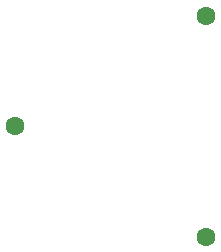
<source format=gbr>
%TF.GenerationSoftware,KiCad,Pcbnew,7.0.10*%
%TF.CreationDate,2024-03-15T11:40:28-04:00*%
%TF.ProjectId,new_base_inner,6e65775f-6261-4736-955f-696e6e65722e,rev?*%
%TF.SameCoordinates,Original*%
%TF.FileFunction,Soldermask,Top*%
%TF.FilePolarity,Negative*%
%FSLAX46Y46*%
G04 Gerber Fmt 4.6, Leading zero omitted, Abs format (unit mm)*
G04 Created by KiCad (PCBNEW 7.0.10) date 2024-03-15 11:40:28*
%MOMM*%
%LPD*%
G01*
G04 APERTURE LIST*
%ADD10C,1.600000*%
G04 APERTURE END LIST*
D10*
%TO.C,J104*%
X39200000Y-50000000D03*
%TD*%
%TO.C,J106*%
X55400000Y-59353000D03*
%TD*%
%TO.C,J105*%
X55400000Y-40647000D03*
%TD*%
M02*

</source>
